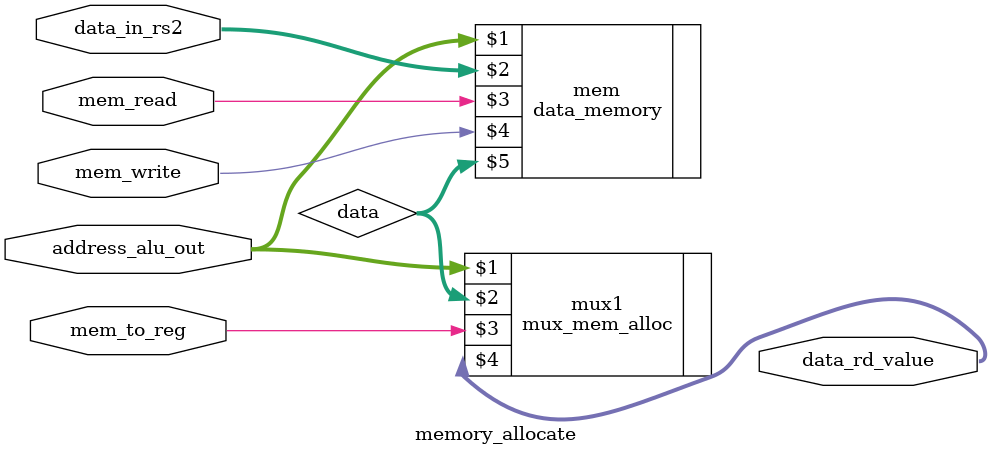
<source format=sv>
`timescale 1ns / 1ps

module memory_allocate #(parameter s=32)(input bit[s-1:0] address_alu_out,data_in_rs2, input bit mem_read,mem_write,mem_to_reg, output bit[s-1:0] data_rd_value);

bit[s-1:0] data;

data_memory mem(address_alu_out ,data_in_rs2, mem_read, mem_write, data);
mux_mem_alloc mux1(address_alu_out, data, mem_to_reg, data_rd_value);

endmodule

</source>
